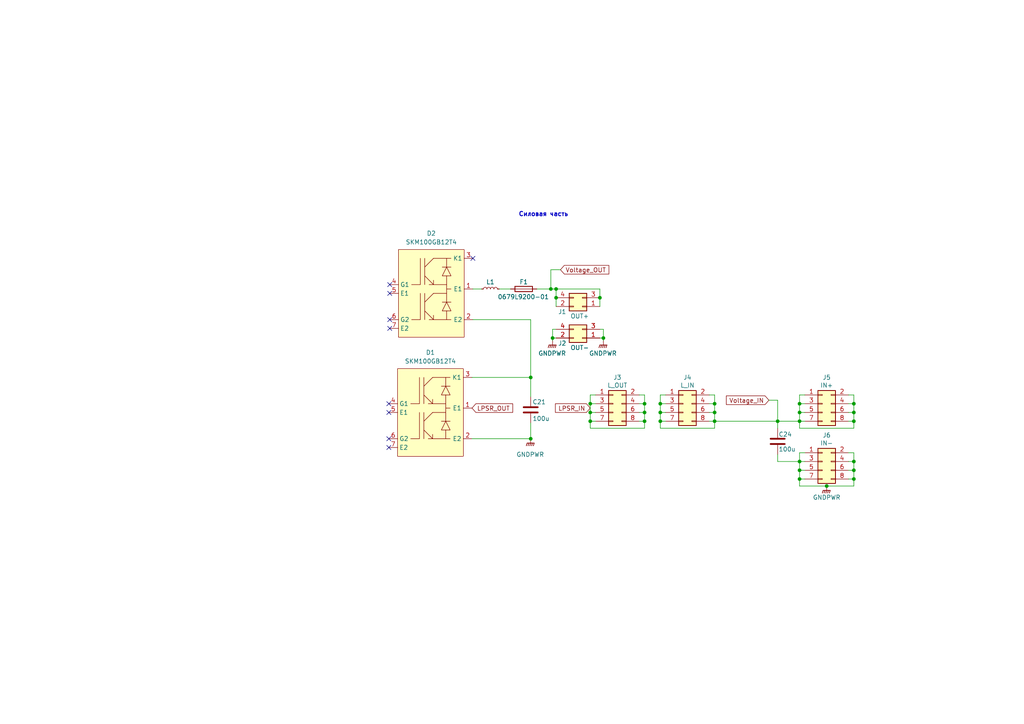
<source format=kicad_sch>
(kicad_sch (version 20211123) (generator eeschema)
  (paper "A4")
  (lib_symbols
    (symbol "Connector_Generic:Conn_02x02_Odd_Even" (pin_names (offset 1.016) hide)
      (property "Reference" "J" (at 1.27 2.54 0))
      (property "Value" "Conn_02x02_Odd_Even" (at 1.27 -5.08 0))
      (symbol "Conn_02x02_Odd_Even_1_1"
        (rectangle (start -1.27 -2.413) (end 0 -2.667) (stroke (width 0.1524)))
        (rectangle (start -1.27 0.127) (end 0 -0.127) (stroke (width 0.1524)))
        (rectangle (start -1.27 1.27) (end 3.81 -3.81) (stroke (width 0.254)) (fill (type background)))
        (rectangle (start 3.81 -2.413) (end 2.54 -2.667) (stroke (width 0.1524)))
        (rectangle (start 3.81 0.127) (end 2.54 -0.127) (stroke (width 0.1524)))
        (pin passive line (at -5.08 0 0) (length 3.81) (name "Pin_1") (number "1"))
        (pin passive line (at 7.62 0 180) (length 3.81) (name "Pin_2") (number "2"))
        (pin passive line (at -5.08 -2.54 0) (length 3.81) (name "Pin_3") (number "3"))
        (pin passive line (at 7.62 -2.54 180) (length 3.81) (name "Pin_4") (number "4"))
      )
    )
    (symbol "Connector_Generic:Conn_02x04_Odd_Even" (pin_names (offset 1.016) hide)
      (property "Reference" "J" (at 1.27 5.08 0))
      (property "Value" "Conn_02x04_Odd_Even" (at 1.27 -7.62 0))
      (symbol "Conn_02x04_Odd_Even_1_1"
        (rectangle (start -1.27 -4.953) (end 0 -5.207) (stroke (width 0.1524)))
        (rectangle (start -1.27 -2.413) (end 0 -2.667) (stroke (width 0.1524)))
        (rectangle (start -1.27 0.127) (end 0 -0.127) (stroke (width 0.1524)))
        (rectangle (start -1.27 2.667) (end 0 2.413) (stroke (width 0.1524)))
        (rectangle (start -1.27 3.81) (end 3.81 -6.35) (stroke (width 0.254)) (fill (type background)))
        (rectangle (start 3.81 -4.953) (end 2.54 -5.207) (stroke (width 0.1524)))
        (rectangle (start 3.81 -2.413) (end 2.54 -2.667) (stroke (width 0.1524)))
        (rectangle (start 3.81 0.127) (end 2.54 -0.127) (stroke (width 0.1524)))
        (rectangle (start 3.81 2.667) (end 2.54 2.413) (stroke (width 0.1524)))
        (pin passive line (at -5.08 2.54 0) (length 3.81) (name "Pin_1") (number "1"))
        (pin passive line (at 7.62 2.54 180) (length 3.81) (name "Pin_2") (number "2"))
        (pin passive line (at -5.08 0 0) (length 3.81) (name "Pin_3") (number "3"))
        (pin passive line (at 7.62 0 180) (length 3.81) (name "Pin_4") (number "4"))
        (pin passive line (at -5.08 -2.54 0) (length 3.81) (name "Pin_5") (number "5"))
        (pin passive line (at 7.62 -2.54 180) (length 3.81) (name "Pin_6") (number "6"))
        (pin passive line (at -5.08 -5.08 0) (length 3.81) (name "Pin_7") (number "7"))
        (pin passive line (at 7.62 -5.08 180) (length 3.81) (name "Pin_8") (number "8"))
      )
    )
    (symbol "Device:C" (pin_numbers hide) (pin_names (offset 0.254))
      (property "Reference" "C" (at 0.635 2.54 0))
      (property "Value" "C" (at 0.635 -2.54 0))
      (symbol "C_0_1"
        (polyline (pts (xy -2.032 -0.762) (xy 2.032 -0.762)) (stroke (width 0.508)))
        (polyline (pts (xy -2.032 0.762) (xy 2.032 0.762)) (stroke (width 0.508)))
      )
      (symbol "C_1_1"
        (pin passive line (at 0 3.81 270) (length 2.794) (name "~") (number "1"))
        (pin passive line (at 0 -3.81 90) (length 2.794) (name "~") (number "2"))
      )
    )
    (symbol "Device:Fuse" (pin_numbers hide) (pin_names (offset 0))
      (property "Reference" "F" (at 2.032 0 90))
      (property "Value" "Fuse" (at -1.905 0 90))
      (symbol "Fuse_0_1"
        (rectangle (start -0.762 -2.54) (end 0.762 2.54) (stroke (width 0.254)))
        (polyline (pts (xy 0 2.54) (xy 0 -2.54)))
      )
      (symbol "Fuse_1_1"
        (pin passive line (at 0 3.81 270) (length 1.27) (name "~") (number "1"))
        (pin passive line (at 0 -3.81 90) (length 1.27) (name "~") (number "2"))
      )
    )
    (symbol "Device:L_Small" (pin_numbers hide) (pin_names (offset 0.254) hide)
      (property "Reference" "L" (at 0.762 1.016 0))
      (property "Value" "L_Small" (at 0.762 -1.016 0))
      (symbol "L_Small_0_1"
        (arc (start 0 -2.032) (mid 0.508 -1.524) (end 0 -1.016))
        (arc (start 0 -1.016) (mid 0.508 -0.508) (end 0 0))
        (arc (start 0 0) (mid 0.508 0.508) (end 0 1.016))
        (arc (start 0 1.016) (mid 0.508 1.524) (end 0 2.032))
      )
      (symbol "L_Small_1_1"
        (pin passive line (at 0 2.54 270) (length 0.508) (name "~") (number "1"))
        (pin passive line (at 0 -2.54 90) (length 0.508) (name "~") (number "2"))
      )
    )
    (symbol "SKM100GB12T4_1"
      (property "Reference" "D?" (at -0.635 4.699 0))
      (property "Value" "SKM100GB12T4" (at -0.635 2.159 0))
      (symbol "SKM100GB12T4_1_0_1"
        (polyline (pts (xy 3.81 -20.32) (xy 5.08 -20.32)))
        (polyline (pts (xy 3.81 -2.54) (xy 5.08 -2.54)))
        (polyline (pts (xy -3.81 -12.7) (xy -3.81 -20.32) (xy -6.35 -20.32)))
        (polyline (pts (xy -3.81 -2.54) (xy -3.81 -10.16) (xy -6.35 -10.16)))
        (polyline (pts (xy 3.81 -17.78) (xy 3.81 -20.32) (xy 0 -20.32)))
        (polyline (pts (xy 3.81 -15.24) (xy 3.81 -12.7) (xy 0 -12.7)))
        (polyline (pts (xy 3.81 -7.62) (xy 3.81 -10.16) (xy 0 -10.16)))
        (polyline (pts (xy 3.81 -5.08) (xy 3.81 -2.54) (xy 0 -2.54)))
        (polyline (pts (xy 3.81 -10.16) (xy 3.81 -12.7) (xy 3.81 -11.43) (xy 5.08 -11.43)))
        (polyline (pts (xy 2.54 -15.24) (xy 5.08 -15.24) (xy 3.81 -15.24) (xy 2.54 -17.78) (xy 5.08 -17.78) (xy 3.81 -15.24)))
        (polyline (pts (xy 2.54 -5.08) (xy 5.08 -5.08) (xy 3.81 -5.08) (xy 2.54 -7.62) (xy 5.08 -7.62) (xy 3.81 -5.08)))
        (polyline (pts (xy 0 -12.7) (xy -2.54 -15.24) (xy -2.54 -12.7) (xy -2.54 -20.32) (xy -2.54 -17.78) (xy 0 -20.32) (xy 0 -19.05) (xy 0 -20.32) (xy -1.27 -20.32)))
        (polyline (pts (xy 0 -2.54) (xy -2.54 -5.08) (xy -2.54 -2.54) (xy -2.54 -10.16) (xy -2.54 -7.62) (xy 0 -10.16) (xy 0 -8.89) (xy 0 -10.16) (xy -1.27 -10.16)))
        (rectangle (start 8.89 0) (end -10.16 -25.4) (fill (type background)))
      )
      (symbol "SKM100GB12T4_1_1_1"
        (pin input line (at 11.43 -11.43 180) (length 2.54) (name "E1") (number "1"))
        (pin input line (at 11.43 -20.32 180) (length 2.54) (name "E2") (number "2"))
        (pin input line (at 11.43 -2.54 180) (length 2.54) (name "K1") (number "3"))
        (pin input line (at -12.7 -10.16 0) (length 2.54) (name "G1") (number "4"))
        (pin input line (at -12.7 -12.7 0) (length 2.54) (name "E1") (number "5"))
        (pin input line (at -12.7 -20.32 0) (length 2.54) (name "G2") (number "6"))
        (pin input line (at -12.7 -22.86 0) (length 2.54) (name "E2") (number "7"))
      )
    )
    (symbol "power:GNDPWR" (power) (pin_names (offset 0))
      (property "Value" "GNDPWR" (at 0 -3.302 0))
      (symbol "GNDPWR_0_1"
        (polyline (pts (xy 0 -1.27) (xy 0 0)))
        (polyline (pts (xy -1.016 -1.27) (xy -1.27 -2.032) (xy -1.27 -2.032)) (stroke (width 0.2032)))
        (polyline (pts (xy -0.508 -1.27) (xy -0.762 -2.032) (xy -0.762 -2.032)) (stroke (width 0.2032)))
        (polyline (pts (xy 0 -1.27) (xy -0.254 -2.032) (xy -0.254 -2.032)) (stroke (width 0.2032)))
        (polyline (pts (xy 0.508 -1.27) (xy 0.254 -2.032) (xy 0.254 -2.032)) (stroke (width 0.2032)))
        (polyline (pts (xy 1.016 -1.27) (xy -1.016 -1.27) (xy -1.016 -1.27)) (stroke (width 0.2032)))
        (polyline (pts (xy 1.016 -1.27) (xy 0.762 -2.032) (xy 0.762 -2.032) (xy 0.762 -2.032)) (stroke (width 0.2032)))
      )
      (symbol "GNDPWR_1_1"
        (pin power_in line (at 0 0 270) (length 0) hide (name "GNDPWR") (number "1"))
      )
    )
  )
  (junction (at 160.274 98.044))
  (junction (at 231.902 136.398))
  (junction (at 191.516 117.094))
  (junction (at 171.196 122.174))
  (junction (at 225.552 122.174))
  (junction (at 171.196 119.634))
  (junction (at 171.196 117.094))
  (junction (at 207.264 119.634))
  (junction (at 207.264 117.094))
  (junction (at 247.65 133.858))
  (junction (at 247.65 122.174))
  (junction (at 231.902 122.174))
  (junction (at 247.65 136.398))
  (junction (at 186.944 119.634))
  (junction (at 159.766 83.82))
  (junction (at 191.516 119.634))
  (junction (at 191.516 122.174))
  (junction (at 186.944 122.174))
  (junction (at 231.902 119.634))
  (junction (at 161.29 86.36))
  (junction (at 153.924 127.254))
  (junction (at 161.29 83.82))
  (junction (at 173.99 86.36))
  (junction (at 247.65 117.094))
  (junction (at 153.924 109.474))
  (junction (at 239.776 140.97))
  (junction (at 175.006 98.044))
  (junction (at 247.65 138.938))
  (junction (at 231.902 117.094))
  (junction (at 231.902 138.938))
  (junction (at 231.902 133.858))
  (junction (at 247.65 119.634))
  (junction (at 207.264 122.174))
  (junction (at 186.944 117.094))
  (no_connect (at 112.776 127.254))
  (no_connect (at 113.03 92.71))
  (no_connect (at 112.776 119.634))
  (no_connect (at 113.03 95.25))
  (no_connect (at 112.776 117.094))
  (no_connect (at 113.03 85.09))
  (no_connect (at 112.776 129.794))
  (no_connect (at 137.16 74.93))
  (no_connect (at 113.03 82.55))
  (wire (pts (xy 207.264 119.634) (xy 205.74 119.634)))
  (wire (pts (xy 225.552 124.206) (xy 225.552 122.174)))
  (wire (pts (xy 247.65 136.398) (xy 247.65 138.938)))
  (wire (pts (xy 207.264 117.094) (xy 205.74 117.094)))
  (wire (pts (xy 247.65 114.554) (xy 247.65 117.094)))
  (wire (pts (xy 246.126 114.554) (xy 247.65 114.554)))
  (wire (pts (xy 160.274 98.044) (xy 160.274 95.504)))
  (wire (pts (xy 247.65 119.634) (xy 247.65 122.174)))
  (wire (pts (xy 186.944 122.174) (xy 185.42 122.174)))
  (wire (pts (xy 185.42 114.554) (xy 186.944 114.554)))
  (wire (pts (xy 231.902 133.858) (xy 233.426 133.858)))
  (wire (pts (xy 247.65 138.938) (xy 246.126 138.938)))
  (wire (pts (xy 162.56 78.232) (xy 159.766 78.232)))
  (wire (pts (xy 161.29 86.36) (xy 161.29 88.9)))
  (wire (pts (xy 186.944 119.634) (xy 185.42 119.634)))
  (wire (pts (xy 225.552 116.078) (xy 225.552 122.174)))
  (wire (pts (xy 155.702 83.82) (xy 159.766 83.82)))
  (wire (pts (xy 161.29 95.504) (xy 160.274 95.504)))
  (wire (pts (xy 171.196 117.094) (xy 171.196 114.554)))
  (wire (pts (xy 191.516 124.206) (xy 207.264 124.206)))
  (wire (pts (xy 231.902 133.858) (xy 231.902 131.318)))
  (wire (pts (xy 159.766 83.82) (xy 161.29 83.82)))
  (wire (pts (xy 159.766 78.232) (xy 159.766 83.82)))
  (wire (pts (xy 186.944 117.094) (xy 185.42 117.094)))
  (wire (pts (xy 186.944 124.206) (xy 186.944 122.174)))
  (wire (pts (xy 231.902 138.938) (xy 231.902 136.398)))
  (wire (pts (xy 207.264 114.554) (xy 207.264 117.094)))
  (wire (pts (xy 207.264 124.206) (xy 207.264 122.174)))
  (wire (pts (xy 225.552 133.858) (xy 231.902 133.858)))
  (wire (pts (xy 247.65 133.858) (xy 246.126 133.858)))
  (wire (pts (xy 231.902 122.174) (xy 231.902 119.634)))
  (wire (pts (xy 191.516 122.174) (xy 191.516 124.206)))
  (wire (pts (xy 173.99 86.36) (xy 173.99 83.82)))
  (wire (pts (xy 171.196 124.206) (xy 186.944 124.206)))
  (wire (pts (xy 173.99 95.504) (xy 175.006 95.504)))
  (wire (pts (xy 207.264 117.094) (xy 207.264 119.634)))
  (wire (pts (xy 207.264 122.174) (xy 225.552 122.174)))
  (wire (pts (xy 231.902 136.398) (xy 231.902 133.858)))
  (wire (pts (xy 247.65 122.174) (xy 246.126 122.174)))
  (wire (pts (xy 207.264 119.634) (xy 207.264 122.174)))
  (wire (pts (xy 233.426 122.174) (xy 231.902 122.174)))
  (wire (pts (xy 247.65 136.398) (xy 246.126 136.398)))
  (wire (pts (xy 193.04 122.174) (xy 191.516 122.174)))
  (wire (pts (xy 153.924 92.71) (xy 153.924 109.474)))
  (wire (pts (xy 171.196 119.634) (xy 172.72 119.634)))
  (wire (pts (xy 247.65 124.206) (xy 247.65 122.174)))
  (wire (pts (xy 231.902 122.174) (xy 231.902 124.206)))
  (wire (pts (xy 171.196 119.634) (xy 171.196 117.094)))
  (wire (pts (xy 191.516 119.634) (xy 193.04 119.634)))
  (wire (pts (xy 175.006 98.044) (xy 175.006 98.806)))
  (wire (pts (xy 231.902 119.634) (xy 233.426 119.634)))
  (wire (pts (xy 231.902 140.97) (xy 239.776 140.97)))
  (wire (pts (xy 191.516 119.634) (xy 191.516 117.094)))
  (wire (pts (xy 247.65 117.094) (xy 246.126 117.094)))
  (wire (pts (xy 173.99 83.82) (xy 161.29 83.82)))
  (wire (pts (xy 225.552 131.826) (xy 225.552 133.858)))
  (wire (pts (xy 205.74 114.554) (xy 207.264 114.554)))
  (wire (pts (xy 186.944 117.094) (xy 186.944 119.634)))
  (wire (pts (xy 231.902 114.554) (xy 233.426 114.554)))
  (wire (pts (xy 231.902 117.094) (xy 231.902 114.554)))
  (wire (pts (xy 231.902 124.206) (xy 247.65 124.206)))
  (wire (pts (xy 171.196 114.554) (xy 172.72 114.554)))
  (wire (pts (xy 231.902 117.094) (xy 233.426 117.094)))
  (wire (pts (xy 191.516 114.554) (xy 193.04 114.554)))
  (wire (pts (xy 191.516 122.174) (xy 191.516 119.634)))
  (wire (pts (xy 173.99 98.044) (xy 175.006 98.044)))
  (wire (pts (xy 233.426 138.938) (xy 231.902 138.938)))
  (wire (pts (xy 137.16 83.82) (xy 139.7 83.82)))
  (wire (pts (xy 136.906 109.474) (xy 153.924 109.474)))
  (wire (pts (xy 247.65 131.318) (xy 247.65 133.858)))
  (wire (pts (xy 186.944 119.634) (xy 186.944 122.174)))
  (wire (pts (xy 171.196 117.094) (xy 172.72 117.094)))
  (wire (pts (xy 231.902 131.318) (xy 233.426 131.318)))
  (wire (pts (xy 153.924 122.682) (xy 153.924 127.254)))
  (wire (pts (xy 207.264 122.174) (xy 205.74 122.174)))
  (wire (pts (xy 137.16 92.71) (xy 153.924 92.71)))
  (wire (pts (xy 175.006 95.504) (xy 175.006 98.044)))
  (wire (pts (xy 231.902 136.398) (xy 233.426 136.398)))
  (wire (pts (xy 173.99 86.36) (xy 173.99 88.9)))
  (wire (pts (xy 239.776 140.97) (xy 247.65 140.97)))
  (wire (pts (xy 223.012 116.078) (xy 225.552 116.078)))
  (wire (pts (xy 171.196 122.174) (xy 171.196 119.634)))
  (wire (pts (xy 160.274 98.044) (xy 160.274 98.806)))
  (wire (pts (xy 247.65 119.634) (xy 246.126 119.634)))
  (wire (pts (xy 231.902 119.634) (xy 231.902 117.094)))
  (wire (pts (xy 191.516 117.094) (xy 193.04 117.094)))
  (wire (pts (xy 247.65 117.094) (xy 247.65 119.634)))
  (wire (pts (xy 225.552 122.174) (xy 231.902 122.174)))
  (wire (pts (xy 171.196 122.174) (xy 171.196 124.206)))
  (wire (pts (xy 161.29 98.044) (xy 160.274 98.044)))
  (wire (pts (xy 247.65 133.858) (xy 247.65 136.398)))
  (wire (pts (xy 186.944 114.554) (xy 186.944 117.094)))
  (wire (pts (xy 153.924 109.474) (xy 153.924 115.062)))
  (wire (pts (xy 172.72 122.174) (xy 171.196 122.174)))
  (wire (pts (xy 191.516 117.094) (xy 191.516 114.554)))
  (wire (pts (xy 144.78 83.82) (xy 148.082 83.82)))
  (wire (pts (xy 247.65 140.97) (xy 247.65 138.938)))
  (wire (pts (xy 161.29 83.82) (xy 161.29 86.36)))
  (wire (pts (xy 231.902 138.938) (xy 231.902 140.97)))
  (wire (pts (xy 136.906 127.254) (xy 153.924 127.254)))
  (wire (pts (xy 246.126 131.318) (xy 247.65 131.318)))
  (text "Силовая часть" (at 150.368 62.992 0) (effects (font (size 1.27 1.27) bold) (justify left bottom)))
  (global_label "LPSR_OUT" (shape input) (at 136.906 118.364 0) (property "Intersheet References" "${INTERSHEET_REFS}" (effects hide)))
  (global_label "Voltage_IN" (shape input) (at 223.012 116.078 180) (property "Intersheet References" "${INTERSHEET_REFS}" (effects hide)))
  (global_label "LPSR_IN" (shape input) (at 171.196 118.364 180) (property "Intersheet References" "${INTERSHEET_REFS}" (effects hide)))
  (global_label "Voltage_OUT" (shape input) (at 162.56 78.232 0) (property "Intersheet References" "${INTERSHEET_REFS}" (effects hide)))
  (symbol (lib_id "Device:C") (at 153.924 118.872 0) (unit 1)
    (property "Reference" "C21" (at 154.432 116.586 0) (effects (justify left)))
    (property "Value" "100u" (at 154.432 121.412 0) (effects (justify left)))
    (property "Footprint" "Capacitor_4pin:C4AE" (effects hide))
  )
  (symbol (lib_id "power:GNDPWR") (at 153.924 127.254 0) (unit 1)
    (property "Reference" "#PWR032" (effects hide))
    (property "Value" "GNDPWR" (at 153.797 131.826 0))
  )
  (symbol (lib_id "Device:L_Small") (at 142.24 83.82 90) (unit 1)
    (property "Reference" "L1" (at 142.24 81.788 90))
    (property "Value" "L_Small" (effects hide))
    (property "Footprint" "Inductor_My:Wurth" (effects hide))
  )
  (symbol (lib_id "power:GNDPWR") (at 239.776 140.97 0) (unit 1)
    (property "Reference" "#PWR046" (effects hide))
    (property "Value" "GNDPWR" (at 239.776 144.272 0))
  )
  (symbol (lib_id "Connector_Generic:Conn_02x02_Odd_Even") (at 168.91 98.044 180) (unit 1)
    (property "Reference" "J2" (at 163.068 99.568 0))
    (property "Value" "OUT-" (at 168.148 100.838 0))
    (property "Footprint" "Connector_Molex:Molex_Micro-Fit_3.0_43045-0412_2x02_P3.00mm_Vertical" (effects hide))
  )
  (symbol (lib_id "Device:Fuse") (at 151.892 83.82 90) (unit 1)
    (property "Reference" "F1" (at 153.162 81.788 90) (effects (justify left)))
    (property "Value" "0679L9200-01" (at 159.258 86.106 90) (effects (justify left)))
    (property "Footprint" "Fuse:Fuse_2512_6332Metric_Pad1.52x3.35mm_HandSolder" (effects hide))
  )
  (symbol (lib_id "Connector_Generic:Conn_02x04_Odd_Even") (at 238.506 117.094 0) (unit 1)
    (property "Reference" "J5" (at 239.776 109.474 0))
    (property "Value" "IN+" (at 239.776 111.76 0))
    (property "Footprint" "Connector_Molex:Molex_Micro-Fit_3.0_43045-0812_2x04_P3.00mm_Vertical" (effects hide))
  )
  (symbol (lib_id "Connector_Generic:Conn_02x02_Odd_Even") (at 168.91 88.9 180) (unit 1)
    (property "Reference" "J1" (at 163.068 90.424 0))
    (property "Value" "OUT+" (at 168.148 91.694 0))
    (property "Footprint" "Connector_Molex:Molex_Micro-Fit_3.0_43045-0412_2x02_P3.00mm_Vertical" (effects hide))
  )
  (symbol (lib_id "power:GNDPWR") (at 175.006 98.806 0) (unit 1)
    (property "Reference" "#PWR033" (effects hide))
    (property "Value" "GNDPWR" (at 174.879 102.489 0))
  )
  (symbol (lib_id "Connector_Generic:Conn_02x04_Odd_Even") (at 238.506 133.858 0) (unit 1)
    (property "Reference" "J6" (at 239.776 126.238 0))
    (property "Value" "IN-" (at 239.776 128.524 0))
    (property "Footprint" "Connector_Molex:Molex_Micro-Fit_3.0_43045-0812_2x04_P3.00mm_Vertical" (effects hide))
  )
  (symbol (lib_name "SKM100GB12T4_1") (lib_id "IGBT_Modul:SKM100GB12T4") (at 125.476 106.934 0) (unit 1)
    (property "Reference" "D1" (at 124.841 102.235 0))
    (property "Value" "SKM100GB12T4" (at 124.841 104.775 0))
    (property "Footprint" "IGBT_Modul:SEMITRANS_2" (effects hide))
  )
  (symbol (lib_id "Connector_Generic:Conn_02x04_Odd_Even") (at 177.8 117.094 0) (unit 1)
    (property "Reference" "J3" (at 179.07 109.474 0))
    (property "Value" "L_OUT" (at 179.07 111.76 0))
    (property "Footprint" "Connector_Molex:Molex_Micro-Fit_3.0_43045-0812_2x04_P3.00mm_Vertical" (effects hide))
  )
  (symbol (lib_id "Connector_Generic:Conn_02x04_Odd_Even") (at 198.12 117.094 0) (unit 1)
    (property "Reference" "J4" (at 199.39 109.474 0))
    (property "Value" "L_IN" (at 199.39 111.76 0))
    (property "Footprint" "Connector_Molex:Molex_Micro-Fit_3.0_43045-0812_2x04_P3.00mm_Vertical" (effects hide))
  )
  (symbol (lib_id "Device:C") (at 225.552 128.016 0) (unit 1)
    (property "Reference" "C24" (at 225.806 125.984 0) (effects (justify left)))
    (property "Value" "100u" (at 225.806 130.302 0) (effects (justify left)))
    (property "Footprint" "Capacitor_4pin:C4AE" (effects hide))
  )
  (symbol (lib_id "power:GNDPWR") (at 160.274 98.806 0) (unit 1)
    (property "Reference" "#PWR03" (effects hide))
    (property "Value" "GNDPWR" (at 160.147 102.489 0))
  )
  (symbol (lib_name "SKM100GB12T4_1") (lib_id "IGBT_Modul:SKM100GB12T4") (at 125.73 72.39 0) (unit 1)
    (property "Reference" "D2" (at 125.095 67.691 0))
    (property "Value" "SKM100GB12T4" (at 125.095 70.231 0))
    (property "Footprint" "IGBT_Modul:SEMITRANS_2" (effects hide))
  )
)
</source>
